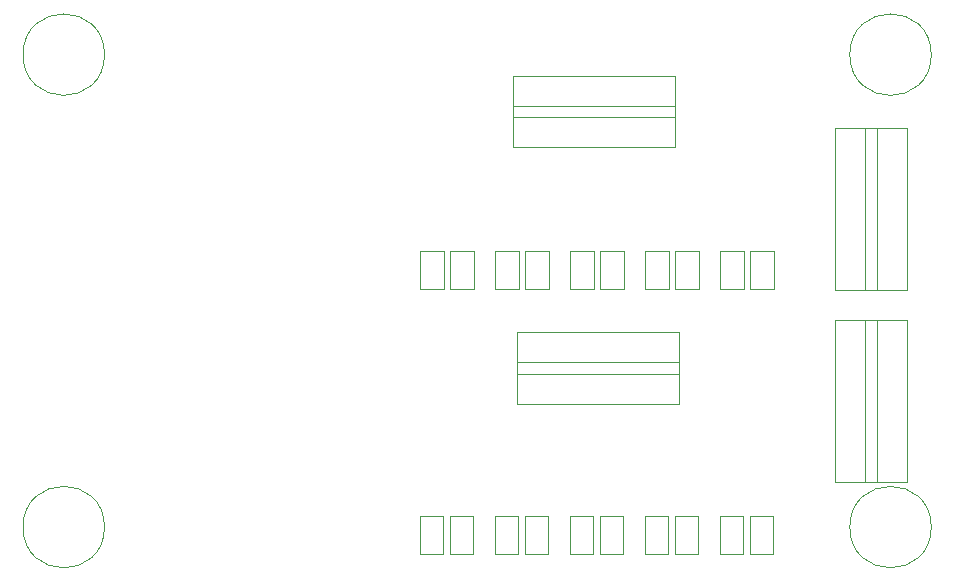
<source format=gbr>
G04 #@! TF.FileFunction,Other,User*
%FSLAX46Y46*%
G04 Gerber Fmt 4.6, Leading zero omitted, Abs format (unit mm)*
G04 Created by KiCad (PCBNEW 4.0.5+dfsg1-4) date Wed May  3 19:23:34 2017*
%MOMM*%
%LPD*%
G01*
G04 APERTURE LIST*
%ADD10C,0.100000*%
%ADD11C,0.050000*%
G04 APERTURE END LIST*
D10*
D11*
X144192500Y-102603500D02*
X144192500Y-105803500D01*
X142192500Y-102603500D02*
X142192500Y-105803500D01*
X144192500Y-102603500D02*
X142192500Y-102603500D01*
X144192500Y-105803500D02*
X142192500Y-105803500D01*
X185450000Y-126000000D02*
G75*
G03X185450000Y-126000000I-3450000J0D01*
G01*
X150015000Y-91285000D02*
X163715000Y-91285000D01*
X150015000Y-87785000D02*
X163715000Y-87785000D01*
X150015000Y-91285000D02*
X150015000Y-87785000D01*
X163715000Y-91285000D02*
X163715000Y-87785000D01*
X150015000Y-93825000D02*
X163715000Y-93825000D01*
X150015000Y-90325000D02*
X163715000Y-90325000D01*
X150015000Y-93825000D02*
X150015000Y-90325000D01*
X163715000Y-93825000D02*
X163715000Y-90325000D01*
X177320000Y-92230000D02*
X177320000Y-105930000D01*
X180820000Y-92230000D02*
X180820000Y-105930000D01*
X177320000Y-92230000D02*
X180820000Y-92230000D01*
X177320000Y-105930000D02*
X180820000Y-105930000D01*
X179860000Y-92230000D02*
X179860000Y-105930000D01*
X183360000Y-92230000D02*
X183360000Y-105930000D01*
X179860000Y-92230000D02*
X183360000Y-92230000D01*
X179860000Y-105930000D02*
X183360000Y-105930000D01*
X179877000Y-108502000D02*
X179877000Y-122202000D01*
X183377000Y-108502000D02*
X183377000Y-122202000D01*
X179877000Y-108502000D02*
X183377000Y-108502000D01*
X179877000Y-122202000D02*
X183377000Y-122202000D01*
X177337000Y-108502000D02*
X177337000Y-122202000D01*
X180837000Y-108502000D02*
X180837000Y-122202000D01*
X177337000Y-108502000D02*
X180837000Y-108502000D01*
X177337000Y-122202000D02*
X180837000Y-122202000D01*
X150396000Y-113002000D02*
X164096000Y-113002000D01*
X150396000Y-109502000D02*
X164096000Y-109502000D01*
X150396000Y-113002000D02*
X150396000Y-109502000D01*
X164096000Y-113002000D02*
X164096000Y-109502000D01*
X150396000Y-115542000D02*
X164096000Y-115542000D01*
X150396000Y-112042000D02*
X164096000Y-112042000D01*
X150396000Y-115542000D02*
X150396000Y-112042000D01*
X164096000Y-115542000D02*
X164096000Y-112042000D01*
X169544000Y-125081000D02*
X169544000Y-128281000D01*
X167544000Y-125081000D02*
X167544000Y-128281000D01*
X169544000Y-125081000D02*
X167544000Y-125081000D01*
X169544000Y-128281000D02*
X167544000Y-128281000D01*
X172132500Y-102603500D02*
X172132500Y-105803500D01*
X170132500Y-102603500D02*
X170132500Y-105803500D01*
X172132500Y-102603500D02*
X170132500Y-102603500D01*
X172132500Y-105803500D02*
X170132500Y-105803500D01*
X163242500Y-102603500D02*
X163242500Y-105803500D01*
X161242500Y-102603500D02*
X161242500Y-105803500D01*
X163242500Y-102603500D02*
X161242500Y-102603500D01*
X163242500Y-105803500D02*
X161242500Y-105803500D01*
X156892500Y-102603500D02*
X156892500Y-105803500D01*
X154892500Y-102603500D02*
X154892500Y-105803500D01*
X156892500Y-102603500D02*
X154892500Y-102603500D01*
X156892500Y-105803500D02*
X154892500Y-105803500D01*
X150542500Y-102603500D02*
X150542500Y-105803500D01*
X148542500Y-102603500D02*
X148542500Y-105803500D01*
X150542500Y-102603500D02*
X148542500Y-102603500D01*
X150542500Y-105803500D02*
X148542500Y-105803500D01*
X144144000Y-125081000D02*
X144144000Y-128281000D01*
X142144000Y-125081000D02*
X142144000Y-128281000D01*
X144144000Y-125081000D02*
X142144000Y-125081000D01*
X144144000Y-128281000D02*
X142144000Y-128281000D01*
X153034000Y-125081000D02*
X153034000Y-128281000D01*
X151034000Y-125081000D02*
X151034000Y-128281000D01*
X153034000Y-125081000D02*
X151034000Y-125081000D01*
X153034000Y-128281000D02*
X151034000Y-128281000D01*
X159384000Y-125081000D02*
X159384000Y-128281000D01*
X157384000Y-125081000D02*
X157384000Y-128281000D01*
X159384000Y-125081000D02*
X157384000Y-125081000D01*
X159384000Y-128281000D02*
X157384000Y-128281000D01*
X165734000Y-125081000D02*
X165734000Y-128281000D01*
X163734000Y-125081000D02*
X163734000Y-128281000D01*
X165734000Y-125081000D02*
X163734000Y-125081000D01*
X165734000Y-128281000D02*
X163734000Y-128281000D01*
X169592500Y-102603500D02*
X169592500Y-105803500D01*
X167592500Y-102603500D02*
X167592500Y-105803500D01*
X169592500Y-102603500D02*
X167592500Y-102603500D01*
X169592500Y-105803500D02*
X167592500Y-105803500D01*
X165782500Y-102603500D02*
X165782500Y-105803500D01*
X163782500Y-102603500D02*
X163782500Y-105803500D01*
X165782500Y-102603500D02*
X163782500Y-102603500D01*
X165782500Y-105803500D02*
X163782500Y-105803500D01*
X159432500Y-102603500D02*
X159432500Y-105803500D01*
X157432500Y-102603500D02*
X157432500Y-105803500D01*
X159432500Y-102603500D02*
X157432500Y-102603500D01*
X159432500Y-105803500D02*
X157432500Y-105803500D01*
X153082500Y-102603500D02*
X153082500Y-105803500D01*
X151082500Y-102603500D02*
X151082500Y-105803500D01*
X153082500Y-102603500D02*
X151082500Y-102603500D01*
X153082500Y-105803500D02*
X151082500Y-105803500D01*
X146732500Y-102603500D02*
X146732500Y-105803500D01*
X144732500Y-102603500D02*
X144732500Y-105803500D01*
X146732500Y-102603500D02*
X144732500Y-102603500D01*
X146732500Y-105803500D02*
X144732500Y-105803500D01*
X146684000Y-125081000D02*
X146684000Y-128281000D01*
X144684000Y-125081000D02*
X144684000Y-128281000D01*
X146684000Y-125081000D02*
X144684000Y-125081000D01*
X146684000Y-128281000D02*
X144684000Y-128281000D01*
X150494000Y-125081000D02*
X150494000Y-128281000D01*
X148494000Y-125081000D02*
X148494000Y-128281000D01*
X150494000Y-125081000D02*
X148494000Y-125081000D01*
X150494000Y-128281000D02*
X148494000Y-128281000D01*
X163194000Y-125081000D02*
X163194000Y-128281000D01*
X161194000Y-125081000D02*
X161194000Y-128281000D01*
X163194000Y-125081000D02*
X161194000Y-125081000D01*
X163194000Y-128281000D02*
X161194000Y-128281000D01*
X172084000Y-125081000D02*
X172084000Y-128281000D01*
X170084000Y-125081000D02*
X170084000Y-128281000D01*
X172084000Y-125081000D02*
X170084000Y-125081000D01*
X172084000Y-128281000D02*
X170084000Y-128281000D01*
X115450000Y-86000000D02*
G75*
G03X115450000Y-86000000I-3450000J0D01*
G01*
X115450000Y-126000000D02*
G75*
G03X115450000Y-126000000I-3450000J0D01*
G01*
X185450000Y-86000000D02*
G75*
G03X185450000Y-86000000I-3450000J0D01*
G01*
X156839000Y-125066000D02*
X156839000Y-128266000D01*
X154839000Y-125066000D02*
X154839000Y-128266000D01*
X156839000Y-125066000D02*
X154839000Y-125066000D01*
X156839000Y-128266000D02*
X154839000Y-128266000D01*
M02*

</source>
